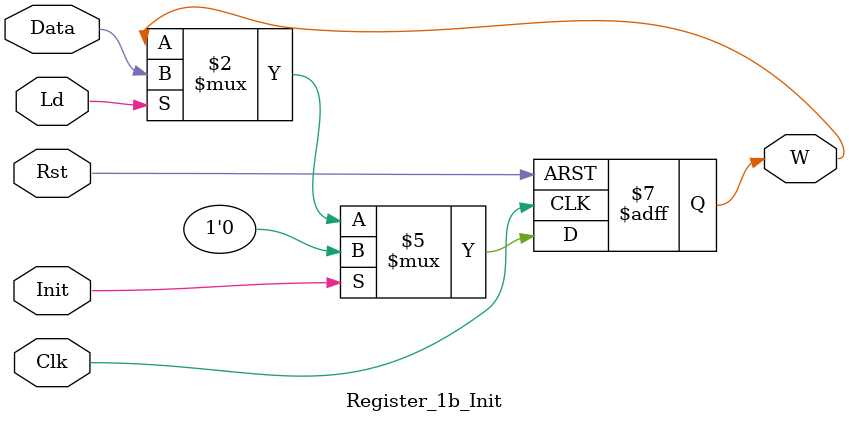
<source format=v>
module Register_32b(input [31:0]Data,input Ld,Clk,Rst,output reg [31:0]W);
  always @(posedge Clk,posedge Rst) begin
    if (Rst) W<=32'h0;
    else if(Ld) W<=Data;
  end
endmodule




module Register_32b_Init(input [31:0]Data,input Ld,Init,Clk,Rst,output reg [31:0]W);
  always @(posedge Clk,posedge Rst) begin
    if (Rst) W<=32'h0;
    else if(Init) W<=32'h0;
    else if(Ld) W<=Data;
  end
endmodule



module Register_16b_Init(input [15:0]Data,input Ld,Init,Clk,Rst,output reg [15:0]W);
  always @(posedge Clk,posedge Rst) begin
    if (Rst) W<=16'h0;
    else if(Init) W<=16'h0;
    else if(Ld) W<=Data;
  end
endmodule



module Register_16b(input [15:0]Data,input Ld,Clk,Rst,output reg [15:0]W);
  always @(posedge Clk,posedge Rst) begin
    if (Rst) W<=16'h0;
    else if(Ld) W<=Data;
  end
endmodule



module Register_8b(input [7:0]Data,input Ld,Clk,Rst,output reg [7:0]W);
  always @(posedge Clk,posedge Rst) begin
    if (Rst) W<=8'h0;
    else if(Ld) W<=Data;
  end
endmodule




module Register_8b_Init(input [7:0]Data,input Ld,Init,Clk,Rst,output reg [7:0]W);
  always @(posedge Clk,posedge Rst) begin
    if (Rst) W<=8'h0;
    else if(Init) W<=8'h0;
    else if(Ld) W<=Data;
  end
endmodule



module Register_3b_Init(input [2:0]Data,input Ld,Init,Clk,Rst,output reg [2:0]W);
  always @(posedge Clk,posedge Rst) begin
    if (Rst) W<=3'h0;
    else if(Init) W<=3'h0;
    else if(Ld) W<=Data;
  end
endmodule



module Register_3b(input [2:0]Data,input Ld,Clk,Rst,output reg [2:0]W);
  always @(posedge Clk,posedge Rst) begin
    if (Rst) W<=3'h0;
    else if(Ld) W<=Data;
  end
endmodule



module Register_2b(input [1:0]Data,input Ld,Clk,Rst,output reg [1:0]W);
  always @(posedge Clk,posedge Rst) begin
    if (Rst) W<=2'h0;
    else if(Ld) W<=Data;
  end
endmodule



module Register_1b(input Data,input Ld,Clk,Rst,output reg W);
  always @(posedge Clk,posedge Rst) begin
    if (Rst) W<=1'h0;
    else if(Ld) W<=Data;
  end
endmodule




module Register_1b_Init(input Data,input Ld,Init,Clk,Rst,output reg W);
  always @(posedge Clk,posedge Rst) begin
    if (Rst) W<=1'h0;
    else if(Init) W<=1'h0;
    else if(Ld) W<=Data;
  end
endmodule
</source>
